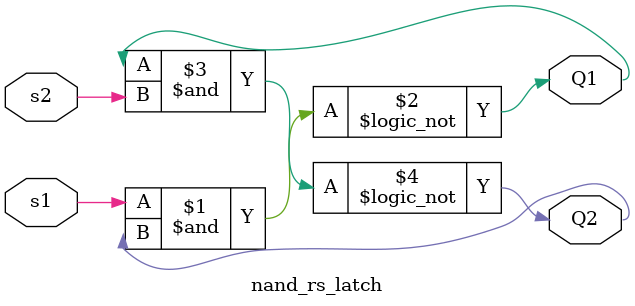
<source format=v>
`timescale 1ns / 1ps
module pulse_jk_flipflop(
    input sw3_CLK,
	 input sw2_J,
	 input sw1_K,
	 output led8_Q
    );
	 wire s1_m,s2_m,s1_s,s2_s,temp_out1,temp_out2,temp_q;//temp_q¼´Q'
	 
	 assign s1_m = !(sw2_J & sw3_CLK & temp_q);
	 assign s2_m = !(sw1_K & sw3_CLK &  led8_Q);
	 assign s1_s = !(!sw3_CLK & temp_out1);
	 assign s2_s = !(!sw3_CLK & temp_out2);	 
    nand_rs_latch nand_rs_latch_m(.s1(s1_m),.s2(s2_m),.Q1(temp_out1),.Q2(temp_out2));
	 nand_rs_latch nand_rs_latch_s(.s1(s1_s),.s2(s2_s),.Q1(led8_Q),.Q2(temp_q));
	  
endmodule
//Óë·ÇÃÅÊµÏÖµÄRSËø´æÆ÷
module nand_rs_latch(
    input s1,
	 input s2,
	 output Q1,
	 output Q2
	 );	 
	 assign Q1 = !(s1&Q2);
	 assign Q2 = !(Q1&s2);
	
endmodule

</source>
